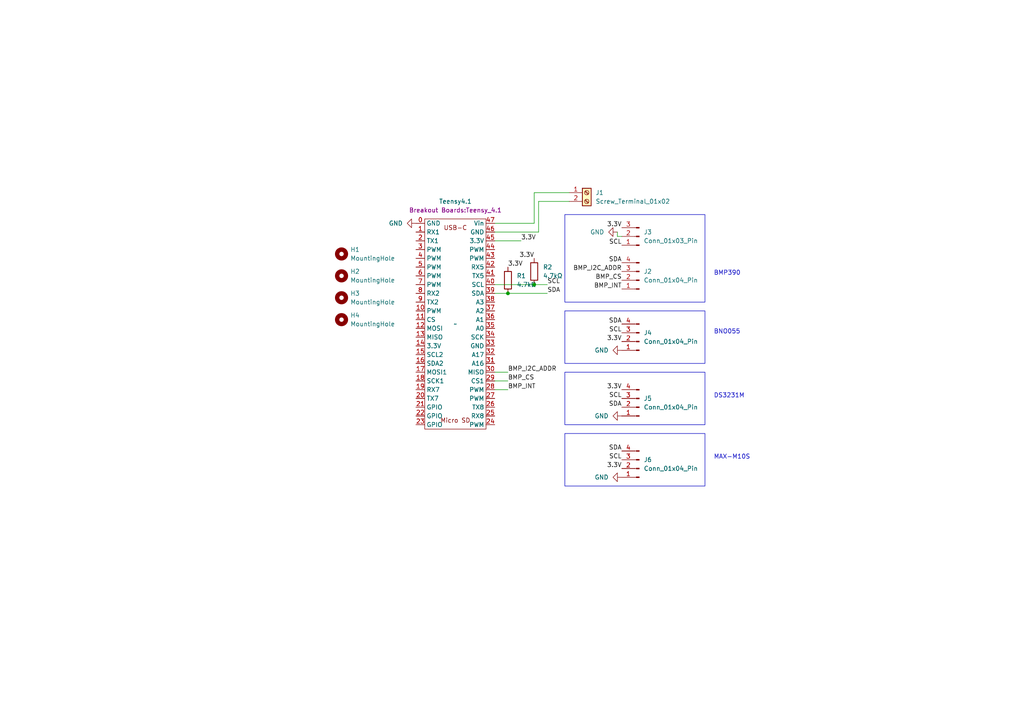
<source format=kicad_sch>
(kicad_sch (version 20230121) (generator eeschema)
  (paper "A4")
  (lib_symbols
    (symbol "Breakout Boards:Teensy_4.1"
      (property "Reference" "Teensy4.1" (at 0 0 90))
      (property "Footprint" "Breakout Boards:Teensy_4.1" (at 0 0 0))
      (symbol "Teensy_4.1_0_1"
        (rectangle (start -8.89 30.48) (end 8.89 -30.48))
      )
      (symbol "Teensy_4.1_1_1"
        (text "Micro SD" (at 0 -27.94 0) (effects (font (size 1.27 1.27))))
        (text "USB-C" (at 0 27.94 0) (effects (font (size 1.27 1.27))))
        (pin input line (at -11.43 29.21 0) (length 2.54) (name "GND") (number "0"))
        (pin input line (at -11.43 26.67 0) (length 2.54) (name "RX1") (number "1"))
        (pin input line (at -11.43 3.81 0) (length 2.54) (name "PWM") (number "10"))
        (pin input line (at -11.43 1.27 0) (length 2.54) (name "CS") (number "11"))
        (pin input line (at -11.43 -1.27 0) (length 2.54) (name "MOSI") (number "12"))
        (pin input line (at -11.43 -3.81 0) (length 2.54) (name "MISO") (number "13"))
        (pin input line (at -11.43 -6.35 0) (length 2.54) (name "3.3V") (number "14"))
        (pin input line (at -11.43 -8.89 0) (length 2.54) (name "SCL2") (number "15"))
        (pin input line (at -11.43 -11.43 0) (length 2.54) (name "SDA2") (number "16"))
        (pin input line (at -11.43 -13.97 0) (length 2.54) (name "MOSI1") (number "17"))
        (pin input line (at -11.43 -16.51 0) (length 2.54) (name "SCK1") (number "18"))
        (pin input line (at -11.43 -19.05 0) (length 2.54) (name "RX7") (number "19"))
        (pin input line (at -11.43 24.13 0) (length 2.54) (name "TX1") (number "2"))
        (pin input line (at -11.43 -21.59 0) (length 2.54) (name "TX7") (number "20"))
        (pin input line (at -11.43 -24.13 0) (length 2.54) (name "GPIO") (number "21"))
        (pin input line (at -11.43 -26.67 0) (length 2.54) (name "GPIO") (number "22"))
        (pin input line (at -11.43 -29.21 0) (length 2.54) (name "GPIO") (number "23"))
        (pin input line (at 11.43 -29.21 180) (length 2.54) (name "PWM") (number "24"))
        (pin input line (at 11.43 -26.67 180) (length 2.54) (name "RX8") (number "25"))
        (pin input line (at 11.43 -24.13 180) (length 2.54) (name "TX8") (number "26"))
        (pin input line (at 11.43 -21.59 180) (length 2.54) (name "PWM") (number "27"))
        (pin input line (at 11.43 -19.05 180) (length 2.54) (name "PWM") (number "28"))
        (pin input line (at 11.43 -16.51 180) (length 2.54) (name "CS1") (number "29"))
        (pin input line (at -11.43 21.59 0) (length 2.54) (name "PWM") (number "3"))
        (pin input line (at 11.43 -13.97 180) (length 2.54) (name "MISO") (number "30"))
        (pin input line (at 11.43 -11.43 180) (length 2.54) (name "A16") (number "31"))
        (pin input line (at 11.43 -8.89 180) (length 2.54) (name "A17") (number "32"))
        (pin input line (at 11.43 -6.35 180) (length 2.54) (name "GND") (number "33"))
        (pin input line (at 11.43 -3.81 180) (length 2.54) (name "SCK") (number "34"))
        (pin input line (at 11.43 -1.27 180) (length 2.54) (name "A0") (number "35"))
        (pin input line (at 11.43 1.27 180) (length 2.54) (name "A1") (number "36"))
        (pin input line (at 11.43 3.81 180) (length 2.54) (name "A2") (number "37"))
        (pin input line (at 11.43 6.35 180) (length 2.54) (name "A3") (number "38"))
        (pin input line (at 11.43 8.89 180) (length 2.54) (name "SDA") (number "39"))
        (pin input line (at -11.43 19.05 0) (length 2.54) (name "PWM") (number "4"))
        (pin input line (at 11.43 11.43 180) (length 2.54) (name "SCL") (number "40"))
        (pin input line (at 11.43 13.97 180) (length 2.54) (name "TX5") (number "41"))
        (pin input line (at 11.43 16.51 180) (length 2.54) (name "RX5") (number "42"))
        (pin input line (at 11.43 19.05 180) (length 2.54) (name "PWM") (number "43"))
        (pin input line (at 11.43 21.59 180) (length 2.54) (name "PWM") (number "44"))
        (pin input line (at 11.43 24.13 180) (length 2.54) (name "3.3V") (number "45"))
        (pin input line (at 11.43 26.67 180) (length 2.54) (name "GND") (number "46"))
        (pin input line (at 11.43 29.21 180) (length 2.54) (name "Vin") (number "47"))
        (pin input line (at -11.43 16.51 0) (length 2.54) (name "PWM") (number "5"))
        (pin input line (at -11.43 13.97 0) (length 2.54) (name "PWM") (number "6"))
        (pin input line (at -11.43 11.43 0) (length 2.54) (name "PWM") (number "7"))
        (pin input line (at -11.43 8.89 0) (length 2.54) (name "RX2") (number "8"))
        (pin input line (at -11.43 6.35 0) (length 2.54) (name "TX2") (number "9"))
      )
    )
    (symbol "Connector:Conn_01x03_Pin" (pin_names (offset 1.016) hide)
      (property "Reference" "J" (at 0 5.08 0))
      (property "Value" "Conn_01x03_Pin" (at 0 -5.08 0))
      (symbol "Conn_01x03_Pin_1_1"
        (polyline (pts (xy 1.27 -2.54) (xy 0.8636 -2.54)) (stroke (width 0.1524)))
        (polyline (pts (xy 1.27 0) (xy 0.8636 0)) (stroke (width 0.1524)))
        (polyline (pts (xy 1.27 2.54) (xy 0.8636 2.54)) (stroke (width 0.1524)))
        (rectangle (start 0.8636 -2.413) (end 0 -2.667) (stroke (width 0.1524)) (fill (type outline)))
        (rectangle (start 0.8636 0.127) (end 0 -0.127) (stroke (width 0.1524)) (fill (type outline)))
        (rectangle (start 0.8636 2.667) (end 0 2.413) (stroke (width 0.1524)) (fill (type outline)))
        (pin passive line (at 5.08 2.54 180) (length 3.81) (name "Pin_1") (number "1"))
        (pin passive line (at 5.08 0 180) (length 3.81) (name "Pin_2") (number "2"))
        (pin passive line (at 5.08 -2.54 180) (length 3.81) (name "Pin_3") (number "3"))
      )
    )
    (symbol "Connector:Conn_01x04_Pin" (pin_names (offset 1.016) hide)
      (property "Reference" "J" (at 0 5.08 0))
      (property "Value" "Conn_01x04_Pin" (at 0 -7.62 0))
      (symbol "Conn_01x04_Pin_1_1"
        (polyline (pts (xy 1.27 -5.08) (xy 0.8636 -5.08)) (stroke (width 0.1524)))
        (polyline (pts (xy 1.27 -2.54) (xy 0.8636 -2.54)) (stroke (width 0.1524)))
        (polyline (pts (xy 1.27 0) (xy 0.8636 0)) (stroke (width 0.1524)))
        (polyline (pts (xy 1.27 2.54) (xy 0.8636 2.54)) (stroke (width 0.1524)))
        (rectangle (start 0.8636 -4.953) (end 0 -5.207) (stroke (width 0.1524)) (fill (type outline)))
        (rectangle (start 0.8636 -2.413) (end 0 -2.667) (stroke (width 0.1524)) (fill (type outline)))
        (rectangle (start 0.8636 0.127) (end 0 -0.127) (stroke (width 0.1524)) (fill (type outline)))
        (rectangle (start 0.8636 2.667) (end 0 2.413) (stroke (width 0.1524)) (fill (type outline)))
        (pin passive line (at 5.08 2.54 180) (length 3.81) (name "Pin_1") (number "1"))
        (pin passive line (at 5.08 0 180) (length 3.81) (name "Pin_2") (number "2"))
        (pin passive line (at 5.08 -2.54 180) (length 3.81) (name "Pin_3") (number "3"))
        (pin passive line (at 5.08 -5.08 180) (length 3.81) (name "Pin_4") (number "4"))
      )
    )
    (symbol "Connector:Screw_Terminal_01x02" (pin_names (offset 1.016) hide)
      (property "Reference" "J" (at 0 2.54 0))
      (property "Value" "Screw_Terminal_01x02" (at 0 -5.08 0))
      (symbol "Screw_Terminal_01x02_1_1"
        (rectangle (start -1.27 1.27) (end 1.27 -3.81) (stroke (width 0.254)) (fill (type background)))
        (circle (center 0 -2.54) (radius 0.635) (stroke (width 0.1524)))
        (polyline (pts (xy -0.5334 -2.2098) (xy 0.3302 -3.048)) (stroke (width 0.1524)))
        (polyline (pts (xy -0.5334 0.3302) (xy 0.3302 -0.508)) (stroke (width 0.1524)))
        (polyline (pts (xy -0.3556 -2.032) (xy 0.508 -2.8702)) (stroke (width 0.1524)))
        (polyline (pts (xy -0.3556 0.508) (xy 0.508 -0.3302)) (stroke (width 0.1524)))
        (circle (center 0 0) (radius 0.635) (stroke (width 0.1524)))
        (pin passive line (at -5.08 0 0) (length 3.81) (name "Pin_1") (number "1"))
        (pin passive line (at -5.08 -2.54 0) (length 3.81) (name "Pin_2") (number "2"))
      )
    )
    (symbol "Device:R" (pin_numbers hide) (pin_names (offset 0))
      (property "Reference" "R" (at 2.032 0 90))
      (property "Value" "R" (at 0 0 90))
      (symbol "R_0_1"
        (rectangle (start -1.016 -2.54) (end 1.016 2.54) (stroke (width 0.254)))
      )
      (symbol "R_1_1"
        (pin passive line (at 0 3.81 270) (length 1.27) (name "~") (number "1"))
        (pin passive line (at 0 -3.81 90) (length 1.27) (name "~") (number "2"))
      )
    )
    (symbol "Mechanical:MountingHole" (pin_names (offset 1.016))
      (property "Reference" "H" (at 0 5.08 0))
      (property "Value" "MountingHole" (at 0 3.175 0))
      (symbol "MountingHole_0_1"
        (circle (center 0 0) (radius 1.27) (stroke (width 1.27)))
      )
    )
    (symbol "power:GND" (power) (pin_names (offset 0))
      (property "Value" "GND" (at 0 -3.81 0))
      (symbol "GND_0_1"
        (polyline (pts (xy 0 0) (xy 0 -1.27) (xy 1.27 -1.27) (xy 0 -2.54) (xy -1.27 -1.27) (xy 0 -1.27)))
      )
      (symbol "GND_1_1"
        (pin power_in line (at 0 0 270) (length 0) hide (name "GND") (number "1"))
      )
    )
  )
  (junction (at 147.32 85.09))
  (junction (at 154.94 82.55))
  (wire (pts (xy 158.75 82.55) (xy 154.94 82.55)))
  (wire (pts (xy 147.32 107.95) (xy 143.51 107.95)))
  (wire (pts (xy 165.1 55.88) (xy 154.94 55.88)))
  (wire (pts (xy 165.1 58.42) (xy 156.21 58.42)))
  (wire (pts (xy 147.32 85.09) (xy 158.75 85.09)))
  (wire (pts (xy 179.07 67.31) (xy 179.07 68.58)))
  (wire (pts (xy 147.32 113.03) (xy 143.51 113.03)))
  (wire (pts (xy 156.21 58.42) (xy 156.21 67.31)))
  (wire (pts (xy 151.13 69.85) (xy 143.51 69.85)))
  (wire (pts (xy 179.07 68.58) (xy 180.34 68.58)))
  (wire (pts (xy 156.21 67.31) (xy 143.51 67.31)))
  (wire (pts (xy 154.94 64.77) (xy 143.51 64.77)))
  (wire (pts (xy 154.94 55.88) (xy 154.94 64.77)))
  (wire (pts (xy 147.32 110.49) (xy 143.51 110.49)))
  (wire (pts (xy 143.51 85.09) (xy 147.32 85.09)))
  (wire (pts (xy 143.51 82.55) (xy 154.94 82.55)))
  (rectangle (start 163.83 62.23) (end 204.47 87.63))
  (rectangle (start 163.83 90.17) (end 204.47 105.41))
  (rectangle (start 163.83 107.95) (end 204.47 123.19))
  (rectangle (start 163.83 125.73) (end 204.47 140.97))
  (text "MAX-M10S\n" (at 207.01 133.35 0) (effects (font (size 1.27 1.27)) (justify left bottom)))
  (text "BMP390\n" (at 207.01 80.01 0) (effects (font (size 1.27 1.27)) (justify left bottom)))
  (text "DS3231M" (at 207.01 115.57 0) (effects (font (size 1.27 1.27)) (justify left bottom)))
  (text "BNO055\n\n" (at 207.01 99.06 0) (effects (font (size 1.27 1.27)) (justify left bottom)))
  (label "BMP_I2C_ADDR" (at 180.34 78.74 180))
  (label "SDA" (at 158.75 85.09 0))
  (label "SCL" (at 180.34 71.12 180))
  (label "3.3V" (at 180.34 113.03 180))
  (label "3.3V" (at 154.94 74.93 180))
  (label "SDA" (at 180.34 93.98 180))
  (label "SCL" (at 158.75 82.55 0))
  (label "3.3V" (at 180.34 135.89 180))
  (label "SCL" (at 180.34 133.35 180))
  (label "3.3V" (at 151.13 69.85 0))
  (label "BMP_I2C_ADDR" (at 147.32 107.95 0))
  (label "3.3V" (at 180.34 66.04 180))
  (label "BMP_CS" (at 180.34 81.28 180))
  (label "3.3V" (at 147.32 77.47 0))
  (label "BMP_INT" (at 180.34 83.82 180))
  (label "SDA" (at 180.34 130.81 180))
  (label "SDA" (at 180.34 76.2 180))
  (label "BMP_CS" (at 147.32 110.49 0))
  (label "3.3V" (at 180.34 99.06 180))
  (label "SCL" (at 180.34 96.52 180))
  (label "SDA" (at 180.34 118.11 180))
  (label "SCL" (at 180.34 115.57 180))
  (label "BMP_INT" (at 147.32 113.03 0))
  (symbol (lib_id "Mechanical:MountingHole") (at 99.06 73.66 0) (unit 1)
    (property "Reference" "H1" (at 101.6 72.39 0) (effects (justify left)))
    (property "Value" "MountingHole" (at 101.6 74.93 0) (effects (justify left)))
    (property "Footprint" "MountingHole:MountingHole_2.7mm_M2.5" (effects hide))
  )
  (symbol (lib_id "Device:R") (at 154.94 78.74 0) (unit 1)
    (property "Reference" "R2" (at 157.48 77.47 0) (effects (justify left)))
    (property "Value" "4.7kΩ" (at 157.48 80.01 0) (effects (justify left)))
    (property "Footprint" "Resistor_THT:R_Axial_DIN0207_L6.3mm_D2.5mm_P10.16mm_Horizontal" (effects hide))
  )
  (symbol (lib_id "Connector:Conn_01x04_Pin") (at 185.42 135.89 180) (unit 1)
    (property "Reference" "J6" (at 186.69 133.35 0) (effects (justify right)))
    (property "Value" "Conn_01x04_Pin" (at 186.69 135.89 0) (effects (justify right)))
    (property "Footprint" "Connector_PinHeader_2.54mm:PinHeader_1x04_P2.54mm_Vertical" (effects hide))
  )
  (symbol (lib_id "Breakout Boards:Teensy_4.1") (at 132.08 93.98 0) (unit 1)
    (property "Reference" "Teensy4.1" (at 132.08 58.42 0))
    (property "Value" "~" (at 132.08 93.98 0))
    (property "Footprint" "Breakout Boards:Teensy_4.1" (at 132.08 60.96 0))
  )
  (symbol (lib_id "power:GND") (at 179.07 67.31 270) (unit 1)
    (property "Reference" "#PWR02" (effects hide))
    (property "Value" "GND" (at 175.26 67.31 90) (effects (justify right)))
  )
  (symbol (lib_id "Mechanical:MountingHole") (at 99.06 80.01 0) (unit 1)
    (property "Reference" "H2" (at 101.6 78.74 0) (effects (justify left)))
    (property "Value" "MountingHole" (at 101.6 81.28 0) (effects (justify left)))
    (property "Footprint" "MountingHole:MountingHole_2.7mm_M2.5" (effects hide))
  )
  (symbol (lib_id "Connector:Conn_01x03_Pin") (at 185.42 68.58 180) (unit 1)
    (property "Reference" "J3" (at 186.69 67.31 0) (effects (justify right)))
    (property "Value" "Conn_01x03_Pin" (at 186.69 69.85 0) (effects (justify right)))
    (property "Footprint" "Connector_PinHeader_2.54mm:PinHeader_1x03_P2.54mm_Vertical" (effects hide))
  )
  (symbol (lib_id "power:GND") (at 180.34 101.6 270) (unit 1)
    (property "Reference" "#PWR03" (effects hide))
    (property "Value" "GND" (at 176.53 101.6 90) (effects (justify right)))
  )
  (symbol (lib_id "Connector:Conn_01x04_Pin") (at 185.42 118.11 180) (unit 1)
    (property "Reference" "J5" (at 186.69 115.57 0) (effects (justify right)))
    (property "Value" "Conn_01x04_Pin" (at 186.69 118.11 0) (effects (justify right)))
    (property "Footprint" "Connector_PinHeader_2.54mm:PinHeader_1x04_P2.54mm_Vertical" (effects hide))
  )
  (symbol (lib_id "power:GND") (at 180.34 120.65 270) (unit 1)
    (property "Reference" "#PWR04" (effects hide))
    (property "Value" "GND" (at 176.53 120.65 90) (effects (justify right)))
  )
  (symbol (lib_id "Connector:Screw_Terminal_01x02") (at 170.18 55.88 0) (unit 1)
    (property "Reference" "J1" (at 172.72 55.88 0) (effects (justify left)))
    (property "Value" "Screw_Terminal_01x02" (at 172.72 58.42 0) (effects (justify left)))
    (property "Footprint" "TerminalBlock_4Ucon:TerminalBlock_4Ucon_1x02_P3.50mm_Vertical" (effects hide))
  )
  (symbol (lib_id "Mechanical:MountingHole") (at 99.06 92.71 0) (unit 1)
    (property "Reference" "H4" (at 101.6 91.44 0) (effects (justify left)))
    (property "Value" "MountingHole" (at 101.6 93.98 0) (effects (justify left)))
    (property "Footprint" "MountingHole:MountingHole_2.7mm_M2.5" (effects hide))
  )
  (symbol (lib_id "power:GND") (at 120.65 64.77 270) (unit 1)
    (property "Reference" "#PWR01" (effects hide))
    (property "Value" "GND" (at 116.84 64.77 90) (effects (justify right)))
  )
  (symbol (lib_id "power:GND") (at 180.34 138.43 270) (unit 1)
    (property "Reference" "#PWR05" (effects hide))
    (property "Value" "GND" (at 176.53 138.43 90) (effects (justify right)))
  )
  (symbol (lib_id "Connector:Conn_01x04_Pin") (at 185.42 81.28 180) (unit 1)
    (property "Reference" "J2" (at 186.69 78.74 0) (effects (justify right)))
    (property "Value" "Conn_01x04_Pin" (at 186.69 81.28 0) (effects (justify right)))
    (property "Footprint" "Connector_PinHeader_2.54mm:PinHeader_1x04_P2.54mm_Vertical" (effects hide))
  )
  (symbol (lib_id "Connector:Conn_01x04_Pin") (at 185.42 99.06 180) (unit 1)
    (property "Reference" "J4" (at 186.69 96.52 0) (effects (justify right)))
    (property "Value" "Conn_01x04_Pin" (at 186.69 99.06 0) (effects (justify right)))
    (property "Footprint" "Connector_PinHeader_2.54mm:PinHeader_1x04_P2.54mm_Vertical" (effects hide))
  )
  (symbol (lib_id "Mechanical:MountingHole") (at 99.06 86.36 0) (unit 1)
    (property "Reference" "H3" (at 101.6 85.09 0) (effects (justify left)))
    (property "Value" "MountingHole" (at 101.6 87.63 0) (effects (justify left)))
    (property "Footprint" "MountingHole:MountingHole_2.7mm_M2.5" (effects hide))
  )
  (symbol (lib_id "Device:R") (at 147.32 81.28 0) (unit 1)
    (property "Reference" "R1" (at 149.86 80.01 0) (effects (justify left)))
    (property "Value" "4.7kΩ" (at 149.86 82.55 0) (effects (justify left)))
    (property "Footprint" "Resistor_THT:R_Axial_DIN0207_L6.3mm_D2.5mm_P10.16mm_Horizontal" (effects hide))
  )
)
</source>
